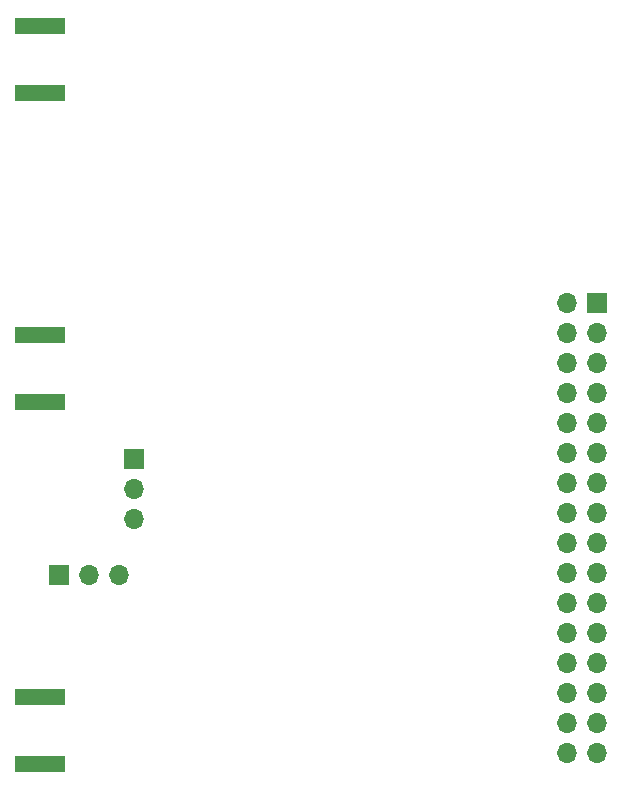
<source format=gbr>
%TF.GenerationSoftware,KiCad,Pcbnew,7.0.10*%
%TF.CreationDate,2025-09-19T15:10:35-04:00*%
%TF.ProjectId,dds-sweeper-board,6464732d-7377-4656-9570-65722d626f61,0*%
%TF.SameCoordinates,Original*%
%TF.FileFunction,Copper,L2,Bot*%
%TF.FilePolarity,Positive*%
%FSLAX46Y46*%
G04 Gerber Fmt 4.6, Leading zero omitted, Abs format (unit mm)*
G04 Created by KiCad (PCBNEW 7.0.10) date 2025-09-19 15:10:35*
%MOMM*%
%LPD*%
G01*
G04 APERTURE LIST*
%TA.AperFunction,SMDPad,CuDef*%
%ADD10R,4.200000X1.350000*%
%TD*%
%TA.AperFunction,ComponentPad*%
%ADD11R,1.700000X1.700000*%
%TD*%
%TA.AperFunction,ComponentPad*%
%ADD12O,1.700000X1.700000*%
%TD*%
G04 APERTURE END LIST*
D10*
X34090000Y-91730000D03*
X34090000Y-97380000D03*
D11*
X35710000Y-81400000D03*
D12*
X38250000Y-81400000D03*
X40790000Y-81400000D03*
D10*
X34140000Y-34915000D03*
X34140000Y-40565000D03*
X34090000Y-61060000D03*
X34090000Y-66710000D03*
D11*
X81310000Y-58370000D03*
D12*
X78770000Y-58370000D03*
X81310000Y-60910000D03*
X78770000Y-60910000D03*
X81310000Y-63450000D03*
X78770000Y-63450000D03*
X81310000Y-65990000D03*
X78770000Y-65990000D03*
X81310000Y-68530000D03*
X78770000Y-68530000D03*
X81310000Y-71070000D03*
X78770000Y-71070000D03*
X81310000Y-73610000D03*
X78770000Y-73610000D03*
X81310000Y-76150000D03*
X78770000Y-76150000D03*
X81310000Y-78690000D03*
X78770000Y-78690000D03*
X81310000Y-81230000D03*
X78770000Y-81230000D03*
X81310000Y-83770000D03*
X78770000Y-83770000D03*
X81310000Y-86310000D03*
X78770000Y-86310000D03*
X81310000Y-88850000D03*
X78770000Y-88850000D03*
X81310000Y-91390000D03*
X78770000Y-91390000D03*
X81310000Y-93930000D03*
X78770000Y-93930000D03*
X81310000Y-96470000D03*
X78770000Y-96470000D03*
D11*
X42050000Y-71560000D03*
D12*
X42050000Y-74100000D03*
X42050000Y-76640000D03*
M02*

</source>
